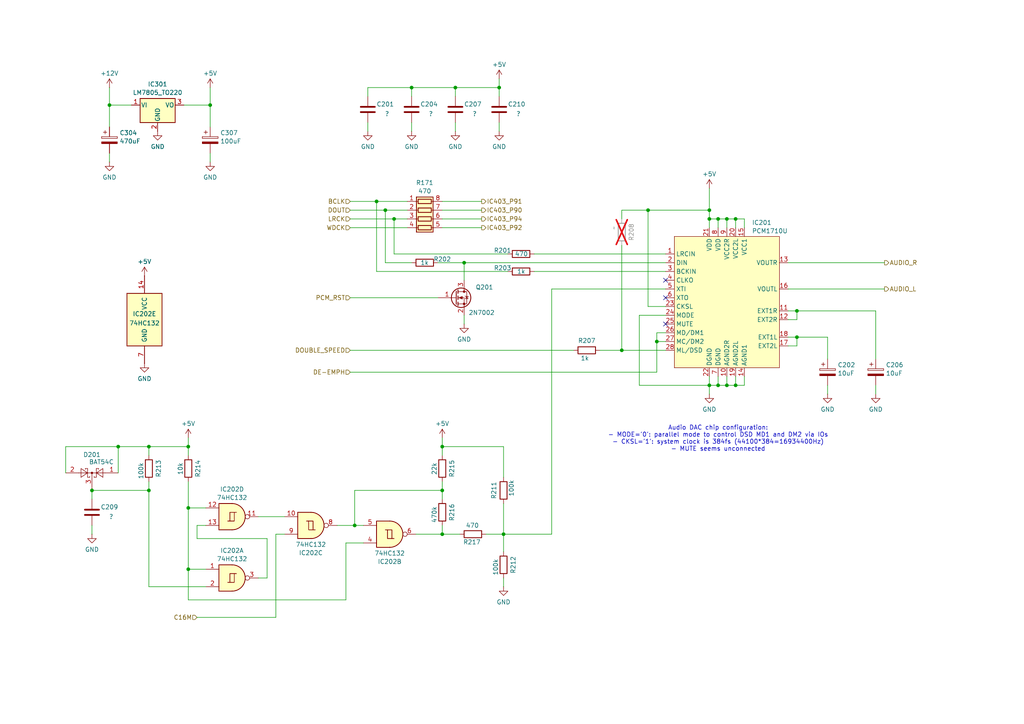
<source format=kicad_sch>
(kicad_sch (version 20231120) (generator "eeschema") (generator_version "8.0")
  (paper "A4")
  (title_block (title "PC FX Pots Adfustment Schematics") (date "2024-07-11") (rev "0.1") (company "Author: Regis Galland") (comment 1 "Little guide to help understanding the pots on the PC-FX PCB"))
  (lib_symbols
    (symbol "Device:C" (pin_numbers hide) (pin_names (offset 0.254))
      (property "Reference" "C" (at 0.635 2.54 0))
      (property "Value" "C" (at 0.635 -2.54 0))
      (symbol "C_0_1"
        (polyline (pts (xy -2.032 -0.762) (xy 2.032 -0.762)) (stroke (width 0.508)))
        (polyline (pts (xy -2.032 0.762) (xy 2.032 0.762)) (stroke (width 0.508)))
      )
      (symbol "C_1_1"
        (pin passive line (at 0 3.81 270) (length 2.794) (name "~") (number "1"))
        (pin passive line (at 0 -3.81 90) (length 2.794) (name "~") (number "2"))
      )
    )
    (symbol "Device:C_Polarized" (pin_numbers hide) (pin_names (offset 0.254))
      (property "Reference" "C" (at 0.635 2.54 0))
      (property "Value" "C_Polarized" (at 0.635 -2.54 0))
      (symbol "C_Polarized_0_1"
        (rectangle (start -2.286 0.508) (end 2.286 1.016))
        (polyline (pts (xy -1.778 2.286) (xy -0.762 2.286)))
        (polyline (pts (xy -1.27 2.794) (xy -1.27 1.778)))
        (rectangle (start 2.286 -0.508) (end -2.286 -1.016) (fill (type outline)))
      )
      (symbol "C_Polarized_1_1"
        (pin passive line (at 0 3.81 270) (length 2.794) (name "~") (number "1"))
        (pin passive line (at 0 -3.81 90) (length 2.794) (name "~") (number "2"))
      )
    )
    (symbol "Device:R" (pin_numbers hide) (pin_names (offset 0))
      (property "Reference" "R" (at 2.032 0 90))
      (property "Value" "R" (at 0 0 90))
      (symbol "R_0_1"
        (rectangle (start -1.016 -2.54) (end 1.016 2.54) (stroke (width 0.254)))
      )
      (symbol "R_1_1"
        (pin passive line (at 0 3.81 270) (length 1.27) (name "~") (number "1"))
        (pin passive line (at 0 -3.81 90) (length 1.27) (name "~") (number "2"))
      )
    )
    (symbol "Device:R_Pack04" (pin_names (offset 0) hide)
      (property "Reference" "RN" (at -7.62 0 90))
      (property "Value" "R_Pack04" (at 5.08 0 90))
      (symbol "R_Pack04_0_1"
        (rectangle (start -6.35 -2.413) (end 3.81 2.413) (stroke (width 0.254)) (fill (type background)))
        (rectangle (start -5.715 1.905) (end -4.445 -1.905) (stroke (width 0.254)))
        (rectangle (start -3.175 1.905) (end -1.905 -1.905) (stroke (width 0.254)))
        (rectangle (start -0.635 1.905) (end 0.635 -1.905) (stroke (width 0.254)))
        (polyline (pts (xy -5.08 -2.54) (xy -5.08 -1.905)))
        (polyline (pts (xy -5.08 1.905) (xy -5.08 2.54)))
        (polyline (pts (xy -2.54 -2.54) (xy -2.54 -1.905)))
        (polyline (pts (xy -2.54 1.905) (xy -2.54 2.54)))
        (polyline (pts (xy 0 -2.54) (xy 0 -1.905)))
        (polyline (pts (xy 0 1.905) (xy 0 2.54)))
        (polyline (pts (xy 2.54 -2.54) (xy 2.54 -1.905)))
        (polyline (pts (xy 2.54 1.905) (xy 2.54 2.54)))
        (rectangle (start 1.905 1.905) (end 3.175 -1.905) (stroke (width 0.254)))
      )
      (symbol "R_Pack04_1_1"
        (pin passive line (at -5.08 -5.08 90) (length 2.54) (name "R1.1") (number "1"))
        (pin passive line (at -2.54 -5.08 90) (length 2.54) (name "R2.1") (number "2"))
        (pin passive line (at 0 -5.08 90) (length 2.54) (name "R3.1") (number "3"))
        (pin passive line (at 2.54 -5.08 90) (length 2.54) (name "R4.1") (number "4"))
        (pin passive line (at 2.54 5.08 270) (length 2.54) (name "R4.2") (number "5"))
        (pin passive line (at 0 5.08 270) (length 2.54) (name "R3.2") (number "6"))
        (pin passive line (at -2.54 5.08 270) (length 2.54) (name "R2.2") (number "7"))
        (pin passive line (at -5.08 5.08 270) (length 2.54) (name "R1.2") (number "8"))
      )
    )
    (symbol "Diode:BAT54C" (pin_names (offset 1.016))
      (property "Reference" "D" (at 0.635 -3.81 0))
      (property "Value" "BAT54C" (at -6.35 3.175 0))
      (symbol "BAT54C_0_1"
        (polyline (pts (xy -1.905 0) (xy 1.905 0)))
        (polyline (pts (xy -1.905 1.27) (xy -1.905 1.016)))
        (polyline (pts (xy -1.27 -1.27) (xy -0.635 -1.27)))
        (polyline (pts (xy -1.27 0) (xy -3.81 0)))
        (polyline (pts (xy -1.27 1.27) (xy -1.905 1.27)))
        (polyline (pts (xy -1.27 1.27) (xy -1.27 -1.27)))
        (polyline (pts (xy -0.635 -1.27) (xy -0.635 -1.016)))
        (polyline (pts (xy 0.635 -1.27) (xy 0.635 -1.016)))
        (polyline (pts (xy 1.27 -1.27) (xy 0.635 -1.27)))
        (polyline (pts (xy 1.27 1.27) (xy 1.27 -1.27)))
        (polyline (pts (xy 1.27 1.27) (xy 1.905 1.27)))
        (polyline (pts (xy 1.905 1.27) (xy 1.905 1.016)))
        (polyline (pts (xy 3.81 0) (xy 1.27 0)))
        (polyline (pts (xy -3.175 -1.27) (xy -3.175 1.27) (xy -1.27 0) (xy -3.175 -1.27)))
        (polyline (pts (xy 3.175 -1.27) (xy 3.175 1.27) (xy 1.27 0) (xy 3.175 -1.27)))
        (circle (center 0 0) (radius 0.254) (fill (type outline)))
      )
      (symbol "BAT54C_1_1"
        (pin passive line (at -7.62 0 0) (length 3.81) (name "~") (number "1"))
        (pin passive line (at 7.62 0 180) (length 3.81) (name "~") (number "2"))
        (pin passive line (at 0 -5.08 90) (length 5.08) (name "~") (number "3"))
      )
    )
    (symbol "PC-FX:74HC132" (pin_names (offset 1.016))
      (property "Reference" "IC" (at -0.0083 7.9545 0))
      (property "Value" "74HC132" (at -0.0083 5.5302 0))
      (symbol "74HC132_1_0"
        (polyline (pts (xy -0.635 -1.27) (xy -0.635 1.27) (xy 0.635 1.27)))
        (polyline (pts (xy -0.635 -1.27) (xy -0.635 1.27) (xy 0.635 1.27)))
        (polyline (pts (xy -1.27 -1.27) (xy 0.635 -1.27) (xy 0.635 1.27) (xy 1.27 1.27)))
        (polyline (pts (xy -1.27 -1.27) (xy 0.635 -1.27) (xy 0.635 1.27) (xy 1.27 1.27)))
      )
      (symbol "74HC132_1_1"
        (arc (start 0 -3.81) (mid 3.7934 0) (end 0 3.81) (stroke (width 0.254)) (fill (type background)))
        (polyline (pts (xy 0 3.81) (xy -3.81 3.81) (xy -3.81 -3.81) (xy 0 -3.81)) (stroke (width 0.254)) (fill (type background)))
        (pin input line (at -7.62 2.54 0) (length 3.81) (name "~") (number "1"))
        (pin input line (at -7.62 -2.54 0) (length 3.81) (name "~") (number "2"))
        (pin output inverted (at 7.62 0 180) (length 3.81) (name "~") (number "3"))
      )
      (symbol "74HC132_1_2"
        (arc (start -3.81 -3.81) (mid -2.589 0) (end -3.81 3.81) (stroke (width 0.254)))
        (arc (start -0.6096 -3.81) (mid 2.1842 -2.5851) (end 3.81 0) (stroke (width 0.254)) (fill (type background)))
        (polyline (pts (xy -3.81 -3.81) (xy -0.635 -3.81)) (stroke (width 0.254)) (fill (type background)))
        (polyline (pts (xy -3.81 3.81) (xy -0.635 3.81)) (stroke (width 0.254)) (fill (type background)))
        (polyline (pts (xy -0.635 3.81) (xy -3.81 3.81) (xy -3.81 3.81) (xy -3.556 3.4036) (xy -3.0226 2.2606) (xy -2.6924 1.0414) (xy -2.6162 -0.254) (xy -2.7686 -1.4986) (xy -3.175 -2.7178) (xy -3.81 -3.81) (xy -3.81 -3.81) (xy -0.635 -3.81)) (stroke (width -25.4)) (fill (type background)))
        (arc (start 3.81 0) (mid 2.1915 2.5936) (end -0.6096 3.81) (stroke (width 0.254)) (fill (type background)))
        (pin input inverted (at -7.62 2.54 0) (length 4.318) (name "~") (number "1"))
        (pin input inverted (at -7.62 -2.54 0) (length 4.318) (name "~") (number "2"))
        (pin output line (at 7.62 0 180) (length 3.81) (name "~") (number "3"))
      )
      (symbol "74HC132_2_0"
        (polyline (pts (xy -0.635 -1.27) (xy -0.635 1.27) (xy 0.635 1.27)))
        (polyline (pts (xy -0.635 -1.27) (xy -0.635 1.27) (xy 0.635 1.27)))
        (polyline (pts (xy -1.27 -1.27) (xy 0.635 -1.27) (xy 0.635 1.27) (xy 1.27 1.27)))
        (polyline (pts (xy -1.27 -1.27) (xy 0.635 -1.27) (xy 0.635 1.27) (xy 1.27 1.27)))
      )
      (symbol "74HC132_2_1"
        (arc (start 0 -3.81) (mid 3.7934 0) (end 0 3.81) (stroke (width 0.254)) (fill (type background)))
        (polyline (pts (xy 0 3.81) (xy -3.81 3.81) (xy -3.81 -3.81) (xy 0 -3.81)) (stroke (width 0.254)) (fill (type background)))
        (pin input line (at -7.62 2.54 0) (length 3.81) (name "~") (number "4"))
        (pin input line (at -7.62 -2.54 0) (length 3.81) (name "~") (number "5"))
        (pin output inverted (at 7.62 0 180) (length 3.81) (name "~") (number "6"))
      )
      (symbol "74HC132_2_2"
        (arc (start -3.81 -3.81) (mid -2.589 0) (end -3.81 3.81) (stroke (width 0.254)))
        (arc (start -0.6096 -3.81) (mid 2.1842 -2.5851) (end 3.81 0) (stroke (width 0.254)) (fill (type background)))
        (polyline (pts (xy -3.81 -3.81) (xy -0.635 -3.81)) (stroke (width 0.254)) (fill (type background)))
        (polyline (pts (xy -3.81 3.81) (xy -0.635 3.81)) (stroke (width 0.254)) (fill (type background)))
        (polyline (pts (xy -0.635 3.81) (xy -3.81 3.81) (xy -3.81 3.81) (xy -3.556 3.4036) (xy -3.0226 2.2606) (xy -2.6924 1.0414) (xy -2.6162 -0.254) (xy -2.7686 -1.4986) (xy -3.175 -2.7178) (xy -3.81 -3.81) (xy -3.81 -3.81) (xy -0.635 -3.81)) (stroke (width -25.4)) (fill (type background)))
        (arc (start 3.81 0) (mid 2.1915 2.5936) (end -0.6096 3.81) (stroke (width 0.254)) (fill (type background)))
        (pin input inverted (at -7.62 2.54 0) (length 4.318) (name "~") (number "4"))
        (pin input inverted (at -7.62 -2.54 0) (length 4.318) (name "~") (number "5"))
        (pin output line (at 7.62 0 180) (length 3.81) (name "~") (number "6"))
      )
      (symbol "74HC132_3_0"
        (polyline (pts (xy -0.635 -1.27) (xy -0.635 1.27) (xy 0.635 1.27)))
        (polyline (pts (xy -0.635 -1.27) (xy -0.635 1.27) (xy 0.635 1.27)))
        (polyline (pts (xy -1.27 -1.27) (xy 0.635 -1.27) (xy 0.635 1.27) (xy 1.27 1.27)))
        (polyline (pts (xy -1.27 -1.27) (xy 0.635 -1.27) (xy 0.635 1.27) (xy 1.27 1.27)))
      )
      (symbol "74HC132_3_1"
        (arc (start 0 -3.81) (mid 3.7934 0) (end 0 3.81) (stroke (width 0.254)) (fill (type background)))
        (polyline (pts (xy 0 3.81) (xy -3.81 3.81) (xy -3.81 -3.81) (xy 0 -3.81)) (stroke (width 0.254)) (fill (type background)))
        (pin input line (at -7.62 -2.54 0) (length 3.81) (name "~") (number "10"))
        (pin output inverted (at 7.62 0 180) (length 3.81) (name "~") (number "8"))
        (pin input line (at -7.62 2.54 0) (length 3.81) (name "~") (number "9"))
      )
      (symbol "74HC132_3_2"
        (arc (start -3.81 -3.81) (mid -2.589 0) (end -3.81 3.81) (stroke (width 0.254)))
        (arc (start -0.6096 -3.81) (mid 2.1842 -2.5851) (end 3.81 0) (stroke (width 0.254)) (fill (type background)))
        (polyline (pts (xy -3.81 -3.81) (xy -0.635 -3.81)) (stroke (width 0.254)) (fill (type background)))
        (polyline (pts (xy -3.81 3.81) (xy -0.635 3.81)) (stroke (width 0.254)) (fill (type background)))
        (polyline (pts (xy -0.635 3.81) (xy -3.81 3.81) (xy -3.81 3.81) (xy -3.556 3.4036) (xy -3.0226 2.2606) (xy -2.6924 1.0414) (xy -2.6162 -0.254) (xy -2.7686 -1.4986) (xy -3.175 -2.7178) (xy -3.81 -3.81) (xy -3.81 -3.81) (xy -0.635 -3.81)) (stroke (width -25.4)) (fill (type background)))
        (arc (start 3.81 0) (mid 2.1915 2.5936) (end -0.6096 3.81) (stroke (width 0.254)) (fill (type background)))
        (pin input inverted (at -7.62 -2.54 0) (length 4.318) (name "~") (number "10"))
        (pin output line (at 7.62 0 180) (length 3.81) (name "~") (number "8"))
        (pin input inverted (at -7.62 2.54 0) (length 4.318) (name "~") (number "9"))
      )
      (symbol "74HC132_4_0"
        (polyline (pts (xy -0.635 -1.27) (xy -0.635 1.27) (xy 0.635 1.27)))
        (polyline (pts (xy -0.635 -1.27) (xy -0.635 1.27) (xy 0.635 1.27)))
        (polyline (pts (xy -1.27 -1.27) (xy 0.635 -1.27) (xy 0.635 1.27) (xy 1.27 1.27)))
        (polyline (pts (xy -1.27 -1.27) (xy 0.635 -1.27) (xy 0.635 1.27) (xy 1.27 1.27)))
      )
      (symbol "74HC132_4_1"
        (arc (start 0 -3.81) (mid 3.7934 0) (end 0 3.81) (stroke (width 0.254)) (fill (type background)))
        (polyline (pts (xy 0 3.81) (xy -3.81 3.81) (xy -3.81 -3.81) (xy 0 -3.81)) (stroke (width 0.254)) (fill (type background)))
        (pin output inverted (at 7.62 0 180) (length 3.81) (name "~") (number "11"))
        (pin input line (at -7.62 2.54 0) (length 3.81) (name "~") (number "12"))
        (pin input line (at -7.62 -2.54 0) (length 3.81) (name "~") (number "13"))
      )
      (symbol "74HC132_4_2"
        (arc (start -3.81 -3.81) (mid -2.589 0) (end -3.81 3.81) (stroke (width 0.254)))
        (arc (start -0.6096 -3.81) (mid 2.1842 -2.5851) (end 3.81 0) (stroke (width 0.254)) (fill (type background)))
        (polyline (pts (xy -3.81 -3.81) (xy -0.635 -3.81)) (stroke (width 0.254)) (fill (type background)))
        (polyline (pts (xy -3.81 3.81) (xy -0.635 3.81)) (stroke (width 0.254)) (fill (type background)))
        (polyline (pts (xy -0.635 3.81) (xy -3.81 3.81) (xy -3.81 3.81) (xy -3.556 3.4036) (xy -3.0226 2.2606) (xy -2.6924 1.0414) (xy -2.6162 -0.254) (xy -2.7686 -1.4986) (xy -3.175 -2.7178) (xy -3.81 -3.81) (xy -3.81 -3.81) (xy -0.635 -3.81)) (stroke (width -25.4)) (fill (type background)))
        (arc (start 3.81 0) (mid 2.1915 2.5936) (end -0.6096 3.81) (stroke (width 0.254)) (fill (type background)))
        (pin output line (at 7.62 0 180) (length 3.81) (name "~") (number "11"))
        (pin input inverted (at -7.62 2.54 0) (length 4.318) (name "~") (number "12"))
        (pin input inverted (at -7.62 -2.54 0) (length 4.318) (name "~") (number "13"))
      )
      (symbol "74HC132_5_0"
        (pin power_in line (at 0 12.7 270) (length 5.08) (name "VCC") (number "14"))
        (pin power_in line (at 0 -12.7 90) (length 5.08) (name "GND") (number "7"))
      )
      (symbol "74HC132_5_1"
        (rectangle (start -5.08 7.62) (end 5.08 -7.62) (stroke (width 0.254)) (fill (type background)))
      )
    )
    (symbol "PC-FX:PCM1710U"
      (property "Reference" "IC" (at -14.224 20.32 0))
      (property "Value" "PCM1710U" (at -1.016 2.032 0))
      (symbol "PCM1710U_1_1"
        (rectangle (start -15.24 19.05) (end 15.24 -19.05) (fill (type background)))
        (pin input line (at -17.78 13.97 0) (length 2.54) (name "LRCIN") (number "1"))
        (pin power_in line (at 0 -21.59 90) (length 2.54) (name "AGND2R") (number "10"))
        (pin input line (at 17.78 -2.54 180) (length 2.54) (name "EXT1R") (number "11"))
        (pin input line (at 17.78 -5.08 180) (length 2.54) (name "EXT2R") (number "12"))
        (pin output line (at 17.78 11.43 180) (length 2.54) (name "VOUTR") (number "13"))
        (pin power_in line (at 5.08 -21.59 90) (length 2.54) (name "AGND1") (number "14"))
        (pin power_in line (at 5.08 21.59 270) (length 2.54) (name "VCC1") (number "15"))
        (pin output line (at 17.78 3.81 180) (length 2.54) (name "VOUTL") (number "16"))
        (pin input line (at 17.78 -12.7 180) (length 2.54) (name "EXT2L") (number "17"))
        (pin input line (at 17.78 -10.16 180) (length 2.54) (name "EXT1L") (number "18"))
        (pin power_in line (at 2.54 -21.59 90) (length 2.54) (name "AGND2L") (number "19"))
        (pin input line (at -17.78 11.43 0) (length 2.54) (name "DIN") (number "2"))
        (pin power_in line (at 2.54 21.59 270) (length 2.54) (name "VCC2L") (number "20"))
        (pin power_in line (at -5.08 21.59 270) (length 2.54) (name "VDD") (number "21"))
        (pin power_in line (at -5.08 -21.59 90) (length 2.54) (name "DGND") (number "22"))
        (pin input line (at -17.78 -1.27 0) (length 2.54) (name "CKSL") (number "23"))
        (pin input line (at -17.78 -3.81 0) (length 2.54) (name "MODE") (number "24"))
        (pin input line (at -17.78 -6.35 0) (length 2.54) (name "MUTE") (number "25"))
        (pin input line (at -17.78 -8.89 0) (length 2.54) (name "MD/DM1") (number "26"))
        (pin input line (at -17.78 -11.43 0) (length 2.54) (name "MC/DM2") (number "27"))
        (pin input line (at -17.78 -13.97 0) (length 2.54) (name "ML/DSD") (number "28"))
        (pin input line (at -17.78 8.89 0) (length 2.54) (name "BCKIN") (number "3"))
        (pin input line (at -17.78 6.35 0) (length 2.54) (name "CLKO") (number "4"))
        (pin input line (at -17.78 3.81 0) (length 2.54) (name "XTI") (number "5"))
        (pin input line (at -17.78 1.27 0) (length 2.54) (name "XTO") (number "6"))
        (pin power_in line (at -2.54 -21.59 90) (length 2.54) (name "DGND") (number "7"))
        (pin power_in line (at -2.54 21.59 270) (length 2.54) (name "VDD") (number "8"))
        (pin power_in line (at 0 21.59 270) (length 2.54) (name "VCC2R") (number "9"))
      )
    )
    (symbol "Regulator_Linear:LM7805_TO220" (pin_names (offset 0.254))
      (property "Reference" "U" (at -3.81 3.175 0))
      (property "Value" "LM7805_TO220" (at 0 3.175 0))
      (symbol "LM7805_TO220_0_1"
        (rectangle (start -5.08 1.905) (end 5.08 -5.08) (stroke (width 0.254)) (fill (type background)))
      )
      (symbol "LM7805_TO220_1_1"
        (pin power_in line (at -7.62 0 0) (length 2.54) (name "VI") (number "1"))
        (pin power_in line (at 0 -7.62 90) (length 2.54) (name "GND") (number "2"))
        (pin power_out line (at 7.62 0 180) (length 2.54) (name "VO") (number "3"))
      )
    )
    (symbol "SNES:2N7002" (pin_names (offset 0.254))
      (property "Reference" "Q" (at 2.54 2.54 0))
      (property "Value" "2N7002" (at 2.54 5.08 0))
      (symbol "2N7002_1_1"
        (polyline (pts (xy 2.032 -1.778) (xy 3.81 -1.778)))
        (polyline (pts (xy 2.032 -1.27) (xy 2.032 -2.286)) (stroke (width 0.254)))
        (polyline (pts (xy 2.032 0) (xy 3.81 0)))
        (polyline (pts (xy 2.032 0.508) (xy 2.032 -0.508)) (stroke (width 0.254)))
        (polyline (pts (xy 2.032 1.778) (xy 3.81 1.778)))
        (polyline (pts (xy 2.032 2.286) (xy 2.032 1.27)) (stroke (width 0.254)))
        (polyline (pts (xy 3.81 -1.778) (xy 3.81 -2.54)))
        (polyline (pts (xy 3.81 -1.778) (xy 3.81 0)))
        (polyline (pts (xy 3.81 2.54) (xy 3.81 1.778)))
        (polyline (pts (xy 1.524 1.905) (xy 1.524 -1.905) (xy 1.524 -1.905)) (stroke (width 0.254)))
        (polyline (pts (xy 2.286 0) (xy 3.302 0.381) (xy 3.302 -0.381) (xy 2.286 0)) (fill (type outline)))
        (polyline (pts (xy 3.81 -1.778) (xy 4.572 -1.778) (xy 4.572 1.778) (xy 3.81 1.778)))
        (polyline (pts (xy 4.064 0.508) (xy 4.191 0.381) (xy 4.953 0.381) (xy 5.08 0.254)))
        (polyline (pts (xy 4.572 0.381) (xy 4.191 -0.254) (xy 4.953 -0.254) (xy 4.572 0.381)))
        (circle (center 2.921 0) (radius 2.8194) (stroke (width 0.254)))
        (circle (center 3.81 -1.778) (radius 0.2794) (fill (type outline)))
        (circle (center 3.81 1.778) (radius 0.2794) (fill (type outline)))
        (pin input line (at -3.81 0 0) (length 5.334) (name "~") (number "1"))
        (pin passive line (at 3.81 -5.08 90) (length 2.54) (name "~") (number "2"))
        (pin passive line (at 3.81 5.08 270) (length 2.54) (name "~") (number "3"))
      )
    )
    (symbol "power:+12V" (power) (pin_numbers hide) (pin_names (offset 0) hide)
      (property "Value" "+12V" (at 0 3.556 0))
      (symbol "+12V_0_1"
        (polyline (pts (xy -0.762 1.27) (xy 0 2.54)))
        (polyline (pts (xy 0 0) (xy 0 2.54)))
        (polyline (pts (xy 0 2.54) (xy 0.762 1.27)))
      )
      (symbol "+12V_1_1"
        (pin power_in line (at 0 0 90) (length 0) (name "~") (number "1"))
      )
    )
    (symbol "power:+5V" (power) (pin_numbers hide) (pin_names (offset 0) hide)
      (property "Value" "+5V" (at 0 3.556 0))
      (symbol "+5V_0_1"
        (polyline (pts (xy -0.762 1.27) (xy 0 2.54)))
        (polyline (pts (xy 0 0) (xy 0 2.54)))
        (polyline (pts (xy 0 2.54) (xy 0.762 1.27)))
      )
      (symbol "+5V_1_1"
        (pin power_in line (at 0 0 90) (length 0) (name "~") (number "1"))
      )
    )
    (symbol "power:GND" (power) (pin_numbers hide) (pin_names (offset 0) hide)
      (property "Value" "GND" (at 0 -3.81 0))
      (symbol "GND_0_1"
        (polyline (pts (xy 0 0) (xy 0 -1.27) (xy 1.27 -1.27) (xy 0 -2.54) (xy -1.27 -1.27) (xy 0 -1.27)))
      )
      (symbol "GND_1_1"
        (pin power_in line (at 0 0 270) (length 0) (name "~") (number "1"))
      )
    )
  )
  (junction (at 119.38 25.4))
  (junction (at 213.36 111.76))
  (junction (at 102.87 152.4))
  (junction (at 144.78 25.4))
  (junction (at 31.75 30.48))
  (junction (at 208.28 111.76))
  (junction (at 134.62 76.2))
  (junction (at 111.76 60.96))
  (junction (at 114.3 63.5))
  (junction (at 54.61 165.1))
  (junction (at 180.34 101.6))
  (junction (at 205.74 63.5))
  (junction (at 146.05 154.94))
  (junction (at 128.27 154.94))
  (junction (at 26.67 142.24))
  (junction (at 43.18 129.54))
  (junction (at 213.36 63.5))
  (junction (at 210.82 63.5))
  (junction (at 205.74 111.76))
  (junction (at 43.18 142.24))
  (junction (at 187.96 60.96))
  (junction (at 128.27 129.54))
  (junction (at 34.29 129.54))
  (junction (at 132.08 25.4))
  (junction (at 208.28 63.5))
  (junction (at 210.82 111.76))
  (junction (at 205.74 60.96))
  (junction (at 54.61 129.54))
  (junction (at 190.5 99.06))
  (junction (at 231.14 90.17))
  (junction (at 109.22 58.42))
  (junction (at 231.14 97.79))
  (junction (at 54.61 147.32))
  (junction (at 60.96 30.48))
  (junction (at 128.27 142.24))
  (no_connect (at 193.04 93.98))
  (no_connect (at 193.04 81.28))
  (no_connect (at 193.04 86.36))
  (wire (pts (xy 102.87 142.24) (xy 102.87 152.4)))
  (wire (pts (xy 146.05 154.94) (xy 146.05 160.02)))
  (wire (pts (xy 231.14 92.71) (xy 228.6 92.71)))
  (wire (pts (xy 128.27 142.24) (xy 128.27 139.7)))
  (wire (pts (xy 119.38 27.94) (xy 119.38 25.4)))
  (wire (pts (xy 128.27 154.94) (xy 128.27 152.4)))
  (wire (pts (xy 128.27 127) (xy 128.27 129.54)))
  (wire (pts (xy 134.62 76.2) (xy 134.62 81.28)))
  (wire (pts (xy 31.75 44.45) (xy 31.75 46.99)))
  (wire (pts (xy 128.27 63.5) (xy 139.7 63.5)))
  (wire (pts (xy 205.74 60.96) (xy 187.96 60.96)))
  (wire (pts (xy 208.28 109.22) (xy 208.28 111.76)))
  (wire (pts (xy 97.79 152.4) (xy 102.87 152.4)))
  (wire (pts (xy 57.15 152.4) (xy 57.15 156.21)))
  (wire (pts (xy 101.6 63.5) (xy 114.3 63.5)))
  (wire (pts (xy 180.34 63.5) (xy 180.34 60.96)))
  (wire (pts (xy 190.5 107.95) (xy 190.5 99.06)))
  (wire (pts (xy 205.74 63.5) (xy 208.28 63.5)))
  (wire (pts (xy 54.61 127) (xy 54.61 129.54)))
  (wire (pts (xy 193.04 91.44) (xy 185.42 91.44)))
  (wire (pts (xy 144.78 38.1) (xy 144.78 35.56)))
  (wire (pts (xy 144.78 27.94) (xy 144.78 25.4)))
  (wire (pts (xy 31.75 25.4) (xy 31.75 30.48)))
  (wire (pts (xy 80.01 179.07) (xy 57.15 179.07)))
  (wire (pts (xy 109.22 78.74) (xy 147.32 78.74)))
  (wire (pts (xy 34.29 129.54) (xy 34.29 137.16)))
  (wire (pts (xy 60.96 25.4) (xy 60.96 30.48)))
  (wire (pts (xy 215.9 109.22) (xy 215.9 111.76)))
  (wire (pts (xy 77.47 156.21) (xy 57.15 156.21)))
  (wire (pts (xy 101.6 58.42) (xy 109.22 58.42)))
  (wire (pts (xy 60.96 30.48) (xy 60.96 36.83)))
  (wire (pts (xy 118.11 60.96) (xy 111.76 60.96)))
  (wire (pts (xy 144.78 22.86) (xy 144.78 25.4)))
  (wire (pts (xy 240.03 104.14) (xy 240.03 97.79)))
  (wire (pts (xy 128.27 60.96) (xy 139.7 60.96)))
  (wire (pts (xy 213.36 111.76) (xy 210.82 111.76)))
  (wire (pts (xy 193.04 96.52) (xy 190.5 96.52)))
  (wire (pts (xy 210.82 63.5) (xy 213.36 63.5)))
  (wire (pts (xy 231.14 90.17) (xy 231.14 92.71)))
  (wire (pts (xy 128.27 142.24) (xy 128.27 144.78)))
  (wire (pts (xy 160.02 154.94) (xy 146.05 154.94)))
  (wire (pts (xy 160.02 83.82) (xy 160.02 154.94)))
  (wire (pts (xy 114.3 63.5) (xy 114.3 73.66)))
  (wire (pts (xy 210.82 109.22) (xy 210.82 111.76)))
  (wire (pts (xy 119.38 38.1) (xy 119.38 35.56)))
  (wire (pts (xy 228.6 90.17) (xy 231.14 90.17)))
  (wire (pts (xy 101.6 101.6) (xy 166.37 101.6)))
  (wire (pts (xy 118.11 58.42) (xy 109.22 58.42)))
  (wire (pts (xy 31.75 30.48) (xy 31.75 36.83)))
  (wire (pts (xy 213.36 63.5) (xy 215.9 63.5)))
  (wire (pts (xy 106.68 27.94) (xy 106.68 25.4)))
  (wire (pts (xy 54.61 173.99) (xy 100.33 173.99)))
  (wire (pts (xy 208.28 63.5) (xy 208.28 66.04)))
  (wire (pts (xy 60.96 44.45) (xy 60.96 46.99)))
  (wire (pts (xy 59.69 165.1) (xy 54.61 165.1)))
  (wire (pts (xy 54.61 132.08) (xy 54.61 129.54)))
  (wire (pts (xy 26.67 154.94) (xy 26.67 152.4)))
  (wire (pts (xy 54.61 129.54) (xy 43.18 129.54)))
  (wire (pts (xy 140.97 154.94) (xy 146.05 154.94)))
  (wire (pts (xy 231.14 100.33) (xy 228.6 100.33)))
  (wire (pts (xy 154.94 78.74) (xy 193.04 78.74)))
  (wire (pts (xy 208.28 111.76) (xy 205.74 111.76)))
  (wire (pts (xy 213.36 109.22) (xy 213.36 111.76)))
  (wire (pts (xy 180.34 101.6) (xy 193.04 101.6)))
  (wire (pts (xy 120.65 154.94) (xy 128.27 154.94)))
  (wire (pts (xy 213.36 63.5) (xy 213.36 66.04)))
  (wire (pts (xy 128.27 132.08) (xy 128.27 129.54)))
  (wire (pts (xy 210.82 63.5) (xy 210.82 66.04)))
  (wire (pts (xy 187.96 60.96) (xy 187.96 88.9)))
  (wire (pts (xy 54.61 165.1) (xy 54.61 147.32)))
  (wire (pts (xy 53.34 30.48) (xy 60.96 30.48)))
  (wire (pts (xy 59.69 147.32) (xy 54.61 147.32)))
  (wire (pts (xy 114.3 63.5) (xy 118.11 63.5)))
  (wire (pts (xy 54.61 173.99) (xy 54.61 165.1)))
  (wire (pts (xy 231.14 90.17) (xy 254 90.17)))
  (wire (pts (xy 57.15 152.4) (xy 59.69 152.4)))
  (wire (pts (xy 231.14 97.79) (xy 240.03 97.79)))
  (wire (pts (xy 193.04 88.9) (xy 187.96 88.9)))
  (wire (pts (xy 119.38 25.4) (xy 106.68 25.4)))
  (wire (pts (xy 205.74 109.22) (xy 205.74 111.76)))
  (wire (pts (xy 205.74 66.04) (xy 205.74 63.5)))
  (wire (pts (xy 254 104.14) (xy 254 90.17)))
  (wire (pts (xy 74.93 167.64) (xy 77.47 167.64)))
  (wire (pts (xy 180.34 60.96) (xy 187.96 60.96)))
  (wire (pts (xy 128.27 154.94) (xy 133.35 154.94)))
  (wire (pts (xy 205.74 60.96) (xy 205.74 63.5)))
  (wire (pts (xy 205.74 111.76) (xy 205.74 114.3)))
  (wire (pts (xy 19.05 137.16) (xy 19.05 129.54)))
  (wire (pts (xy 26.67 142.24) (xy 43.18 142.24)))
  (wire (pts (xy 180.34 71.12) (xy 180.34 101.6)))
  (wire (pts (xy 208.28 63.5) (xy 210.82 63.5)))
  (wire (pts (xy 205.74 54.61) (xy 205.74 60.96)))
  (wire (pts (xy 146.05 154.94) (xy 146.05 146.05)))
  (wire (pts (xy 54.61 139.7) (xy 54.61 147.32)))
  (wire (pts (xy 146.05 138.43) (xy 146.05 129.54)))
  (wire (pts (xy 185.42 91.44) (xy 185.42 111.76)))
  (wire (pts (xy 102.87 142.24) (xy 128.27 142.24)))
  (wire (pts (xy 80.01 154.94) (xy 82.55 154.94)))
  (wire (pts (xy 106.68 38.1) (xy 106.68 35.56)))
  (wire (pts (xy 102.87 152.4) (xy 105.41 152.4)))
  (wire (pts (xy 254 111.76) (xy 254 114.3)))
  (wire (pts (xy 101.6 107.95) (xy 190.5 107.95)))
  (wire (pts (xy 43.18 170.18) (xy 43.18 142.24)))
  (wire (pts (xy 193.04 83.82) (xy 160.02 83.82)))
  (wire (pts (xy 132.08 25.4) (xy 119.38 25.4)))
  (wire (pts (xy 185.42 111.76) (xy 205.74 111.76)))
  (wire (pts (xy 132.08 27.94) (xy 132.08 25.4)))
  (wire (pts (xy 154.94 73.66) (xy 193.04 73.66)))
  (wire (pts (xy 231.14 97.79) (xy 231.14 100.33)))
  (wire (pts (xy 134.62 91.44) (xy 134.62 93.98)))
  (wire (pts (xy 111.76 60.96) (xy 111.76 76.2)))
  (wire (pts (xy 111.76 76.2) (xy 119.38 76.2)))
  (wire (pts (xy 132.08 38.1) (xy 132.08 35.56)))
  (wire (pts (xy 77.47 167.64) (xy 77.47 156.21)))
  (wire (pts (xy 128.27 66.04) (xy 139.7 66.04)))
  (wire (pts (xy 215.9 63.5) (xy 215.9 66.04)))
  (wire (pts (xy 228.6 83.82) (xy 256.54 83.82)))
  (wire (pts (xy 38.1 30.48) (xy 31.75 30.48)))
  (wire (pts (xy 127 76.2) (xy 134.62 76.2)))
  (wire (pts (xy 100.33 157.48) (xy 100.33 173.99)))
  (wire (pts (xy 80.01 154.94) (xy 80.01 179.07)))
  (wire (pts (xy 210.82 111.76) (xy 208.28 111.76)))
  (wire (pts (xy 101.6 60.96) (xy 111.76 60.96)))
  (wire (pts (xy 43.18 129.54) (xy 34.29 129.54)))
  (wire (pts (xy 146.05 167.64) (xy 146.05 170.18)))
  (wire (pts (xy 128.27 129.54) (xy 146.05 129.54)))
  (wire (pts (xy 173.99 101.6) (xy 180.34 101.6)))
  (wire (pts (xy 228.6 97.79) (xy 231.14 97.79)))
  (wire (pts (xy 101.6 66.04) (xy 118.11 66.04)))
  (wire (pts (xy 74.93 149.86) (xy 82.55 149.86)))
  (wire (pts (xy 43.18 132.08) (xy 43.18 129.54)))
  (wire (pts (xy 132.08 25.4) (xy 144.78 25.4)))
  (wire (pts (xy 34.29 129.54) (xy 19.05 129.54)))
  (wire (pts (xy 114.3 73.66) (xy 147.32 73.66)))
  (wire (pts (xy 128.27 58.42) (xy 139.7 58.42)))
  (wire (pts (xy 134.62 76.2) (xy 193.04 76.2)))
  (wire (pts (xy 109.22 58.42) (xy 109.22 78.74)))
  (wire (pts (xy 190.5 96.52) (xy 190.5 99.06)))
  (wire (pts (xy 127 86.36) (xy 101.6 86.36)))
  (wire (pts (xy 26.67 142.24) (xy 26.67 144.78)))
  (wire (pts (xy 240.03 111.76) (xy 240.03 114.3)))
  (wire (pts (xy 43.18 170.18) (xy 59.69 170.18)))
  (wire (pts (xy 43.18 142.24) (xy 43.18 139.7)))
  (wire (pts (xy 100.33 157.48) (xy 105.41 157.48)))
  (wire (pts (xy 228.6 76.2) (xy 256.54 76.2)))
  (wire (pts (xy 190.5 99.06) (xy 193.04 99.06)))
  (wire (pts (xy 215.9 111.76) (xy 213.36 111.76)))
  (text "Audio DAC chip configuration:\n- MODE='0': parallel mode to control DSD MD1 and DM2 via IOs\n- CKSL='1': system clock is 384fs (44100*384=16934400Hz)\n- MUTE seems unconnected\n" (at 208.28 127.254 0) (effects (font (size 1.27 1.27))))
  (hierarchical_label "AUDIO_R" (shape output) (at 256.54 76.2 0))
  (hierarchical_label "BCLK" (shape input) (at 101.6 58.42 180))
  (hierarchical_label "DOUT" (shape input) (at 101.6 60.96 180))
  (hierarchical_label "IC403_P90" (shape output) (at 139.7 60.96 0))
  (hierarchical_label "IC403_P91" (shape output) (at 139.7 58.42 0))
  (hierarchical_label "WDCK" (shape input) (at 101.6 66.04 180))
  (hierarchical_label "C16M" (shape input) (at 57.15 179.07 180))
  (hierarchical_label "AUDIO_L" (shape output) (at 256.54 83.82 0))
  (hierarchical_label "IC403_P92" (shape output) (at 139.7 66.04 0))
  (hierarchical_label "PCM_RST" (shape input) (at 101.6 86.36 180))
  (hierarchical_label "DOUBLE_SPEED" (shape input) (at 101.6 101.6 180))
  (hierarchical_label "IC403_P94" (shape output) (at 139.7 63.5 0))
  (hierarchical_label "DE-EMPH" (shape input) (at 101.6 107.95 180))
  (hierarchical_label "LRCK" (shape input) (at 101.6 63.5 180))
  (symbol (lib_id "power:GND") (at 132.08 38.1 0) (unit 1)
    (property "Reference" "#PWR094" (effects (hide yes)))
    (property "Value" "GND" (at 132.08 42.5434 0))
    (property "Description" "Power symbol creates a global label with name \"GND\" , ground" (effects (hide yes)))
  )
  (symbol (lib_id "Device:R") (at 128.27 135.89 0) (mirror y) (unit 1)
    (property "Reference" "R215" (at 131.064 133.35 90) (effects (justify right)))
    (property "Value" "22k" (at 125.984 134.112 90) (effects (justify right)))
  )
  (symbol (lib_id "power:+5V") (at 60.96 25.4 0) (unit 1)
    (property "Reference" "#PWR0110" (effects (hide yes)))
    (property "Value" "+5V" (at 60.96 21.2669 0))
    (property "Description" "Power symbol creates a global label with name \"+5V\"" (effects (hide yes)))
  )
  (symbol (lib_id "power:+5V") (at 41.91 80.01 0) (unit 1)
    (property "Reference" "#PWR0102" (effects (hide yes)))
    (property "Value" "+5V" (at 41.91 75.8769 0))
    (property "Description" "Power symbol creates a global label with name \"+5V\"" (effects (hide yes)))
  )
  (symbol (lib_id "Device:R") (at 43.18 135.89 0) (mirror y) (unit 1)
    (property "Reference" "R213" (at 45.974 133.35 90) (effects (justify right)))
    (property "Value" "100k" (at 40.894 134.112 90) (effects (justify right)))
  )
  (symbol (lib_id "Device:C_Polarized") (at 254 107.95 0) (unit 1)
    (property "Reference" "C206" (at 256.921 105.8488 0) (effects (justify left)))
    (property "Value" "10uF" (at 256.921 108.2731 0) (effects (justify left)))
    (property "Footprint" "Capacitor_SMD:CP_Elec_5x5.4" (effects (hide yes)))
  )
  (symbol (lib_id "PC-FX:PCM1710U") (at 210.82 87.63 0) (unit 1)
    (property "Reference" "IC201" (at 218.0941 64.5625 0) (effects (justify left)))
    (property "Value" "PCM1710U" (at 218.0941 66.9868 0) (effects (justify left)))
    (property "Footprint" "Package_SO:SOP-28_8.4x18.16mm_P1.27mm" (effects (hide yes)))
    (property "Datasheet" "https://github.com/pcfx-devel/PC-FX_Info/blob/main/PC-FX/datasheets/DaughterBoard/PCM1710_DS.pdf" (effects (hide yes)))
    (property "Description" "D/A Converter for Digital Audio 16-20 bit " (effects (hide yes)))
  )
  (symbol (lib_id "PC-FX:74HC132") (at 41.91 92.71 0) (unit 5)
    (property "Reference" "IC202" (at 41.91 91.0477 0))
    (property "Value" "74HC132" (at 41.91 93.726 0))
    (property "Datasheet" "http://www.ti.com/lit/gpn/sn74LS132" (effects (hide yes)))
    (property "Description" "Quad 2-input NAND Schmitt trigger" (effects (hide yes)))
  )
  (symbol (lib_id "power:+12V") (at 31.75 25.4 0) (unit 1)
    (property "Reference" "#PWR0109" (effects (hide yes)))
    (property "Value" "+12V" (at 31.75 21.2669 0))
    (property "Description" "Power symbol creates a global label with name \"+12V\"" (effects (hide yes)))
  )
  (symbol (lib_id "power:+5V") (at 128.27 127 0) (unit 1)
    (property "Reference" "#PWR0105" (effects (hide yes)))
    (property "Value" "+5V" (at 128.27 122.8669 0))
    (property "Description" "Power symbol creates a global label with name \"+5V\"" (effects (hide yes)))
  )
  (symbol (lib_id "power:GND") (at 26.67 154.94 0) (unit 1)
    (property "Reference" "#PWR095" (effects (hide yes)))
    (property "Value" "GND" (at 26.67 159.3834 0))
    (property "Description" "Power symbol creates a global label with name \"GND\" , ground" (effects (hide yes)))
  )
  (symbol (lib_id "Device:C_Polarized") (at 31.75 40.64 0) (unit 1)
    (property "Reference" "C304" (at 34.671 38.5388 0) (effects (justify left)))
    (property "Value" "470uF" (at 34.671 40.9631 0) (effects (justify left)))
    (property "Footprint" "Capacitor_SMD:CP_Elec_5x5.4" (effects (hide yes)))
  )
  (symbol (lib_id "Device:R") (at 146.05 142.24 0) (mirror x) (unit 1)
    (property "Reference" "R211" (at 143.256 144.78 90) (effects (justify right)))
    (property "Value" "100k" (at 148.336 144.018 90) (effects (justify right)))
  )
  (symbol (lib_id "Device:R") (at 151.13 73.66 270) (unit 1)
    (property "Reference" "R201" (at 148.336 72.644 90) (effects (justify right)))
    (property "Value" "470" (at 153.162 73.66 90) (effects (justify right)))
  )
  (symbol (lib_id "power:GND") (at 31.75 46.99 0) (unit 1)
    (property "Reference" "#PWR0106" (effects (hide yes)))
    (property "Value" "GND" (at 31.75 51.4334 0))
    (property "Description" "Power symbol creates a global label with name \"GND\" , ground" (effects (hide yes)))
  )
  (symbol (lib_id "SNES:2N7002") (at 130.81 86.36 0) (unit 1)
    (property "Reference" "Q201" (at 137.922 83.312 0) (effects (justify left)))
    (property "Value" "2N7002" (at 139.7 90.678 0))
    (property "Footprint" "Package_TO_SOT_SMD:SOT-23" (effects (hide yes)))
    (property "Datasheet" "https://www.diodes.com/assets/Datasheets/ds11303.pdf" (effects (hide yes)))
    (property "Description" "N-Channel 60V 115mA (Ta) 370mW (Ta) Surface Mount SOT-23-3" (effects (hide yes)))
    (property "Manufacturer" "Diodes Inc" (effects (hide yes)))
    (property "Manufacturer Part Number" "2N7002-7-F" (effects (hide yes)))
    (property "Supplier" "Digi-Key" (effects (hide yes)))
    (property "Supplier Part Number" "2N7002-FDICT-ND" (effects (hide yes)))
    (property "Unit Price" "0.16" (effects (hide yes)))
  )
  (symbol (lib_id "Device:R") (at 146.05 163.83 0) (mirror y) (unit 1)
    (property "Reference" "R212" (at 148.844 161.29 90) (effects (justify right)))
    (property "Value" "100k" (at 143.764 162.052 90) (effects (justify right)))
  )
  (symbol (lib_id "PC-FX:74HC132") (at 67.31 167.64 0) (unit 1)
    (property "Reference" "IC202" (at 67.3017 159.6855 0))
    (property "Value" "74HC132" (at 67.3017 162.1098 0))
    (property "Datasheet" "http://www.ti.com/lit/gpn/sn74LS132" (effects (hide yes)))
    (property "Description" "Quad 2-input NAND Schmitt trigger" (effects (hide yes)))
  )
  (symbol (lib_id "power:GND") (at 134.62 93.98 0) (unit 1)
    (property "Reference" "#PWR090" (effects (hide yes)))
    (property "Value" "GND" (at 134.62 98.4234 0))
    (property "Description" "Power symbol creates a global label with name \"GND\" , ground" (effects (hide yes)))
  )
  (symbol (lib_id "power:GND") (at 106.68 38.1 0) (unit 1)
    (property "Reference" "#PWR092" (effects (hide yes)))
    (property "Value" "GND" (at 106.68 42.5434 0))
    (property "Description" "Power symbol creates a global label with name \"GND\" , ground" (effects (hide yes)))
  )
  (symbol (lib_id "power:+5V") (at 205.74 54.61 0) (unit 1)
    (property "Reference" "#PWR0111" (effects (hide yes)))
    (property "Value" "+5V" (at 205.74 50.4769 0))
    (property "Description" "Power symbol creates a global label with name \"+5V\"" (effects (hide yes)))
  )
  (symbol (lib_id "power:GND") (at 41.91 105.41 0) (unit 1)
    (property "Reference" "#PWR0101" (effects (hide yes)))
    (property "Value" "GND" (at 41.91 109.8534 0))
    (property "Description" "Power symbol creates a global label with name \"GND\" , ground" (effects (hide yes)))
  )
  (symbol (lib_id "Device:R") (at 54.61 135.89 0) (mirror y) (unit 1)
    (property "Reference" "R214" (at 57.404 133.35 90) (effects (justify right)))
    (property "Value" "10k" (at 52.324 134.112 90) (effects (justify right)))
  )
  (symbol (lib_id "power:GND") (at 146.05 170.18 0) (unit 1)
    (property "Reference" "#PWR097" (effects (hide yes)))
    (property "Value" "GND" (at 146.05 174.6234 0))
    (property "Description" "Power symbol creates a global label with name \"GND\" , ground" (effects (hide yes)))
  )
  (symbol (lib_id "power:GND") (at 240.03 114.3 0) (unit 1)
    (property "Reference" "#PWR098" (effects (hide yes)))
    (property "Value" "GND" (at 240.03 118.7434 0))
    (property "Description" "Power symbol creates a global label with name \"GND\" , ground" (effects (hide yes)))
  )
  (symbol (lib_id "power:+5V") (at 144.78 22.86 0) (unit 1)
    (property "Reference" "#PWR0104" (effects (hide yes)))
    (property "Value" "+5V" (at 144.78 18.7269 0))
    (property "Description" "Power symbol creates a global label with name \"+5V\"" (effects (hide yes)))
  )
  (symbol (lib_id "Device:C_Polarized") (at 60.96 40.64 0) (unit 1)
    (property "Reference" "C307" (at 63.881 38.5388 0) (effects (justify left)))
    (property "Value" "100uF" (at 63.881 40.9631 0) (effects (justify left)))
    (property "Footprint" "Capacitor_SMD:CP_Elec_5x5.4" (effects (hide yes)))
  )
  (symbol (lib_id "Regulator_Linear:LM7805_TO220") (at 45.72 30.48 0) (unit 1)
    (property "Reference" "IC301" (at 45.72 24.4305 0))
    (property "Value" "LM7805_TO220" (at 45.72 26.8548 0))
    (property "Footprint" "Package_TO_SOT_THT:TO-220-3_Vertical" (effects (hide yes)))
    (property "Datasheet" "https://www.onsemi.cn/PowerSolutions/document/MC7800-D.PDF" (effects (hide yes)))
    (property "Description" "Positive 1A 35V Linear Regulator, Fixed Output 5V, TO-220" (effects (hide yes)))
  )
  (symbol (lib_id "Device:C") (at 119.38 31.75 180) (unit 1)
    (property "Reference" "C204" (at 124.46 30.226 0))
    (property "Value" "?" (at 124.968 33.02 0))
    (property "Footprint" "Capacitor_SMD:C_0603_1608Metric" (effects (hide yes)))
  )
  (symbol (lib_id "Device:R") (at 170.18 101.6 90) (mirror x) (unit 1)
    (property "Reference" "R207" (at 167.64 98.806 90) (effects (justify right)))
    (property "Value" "1k" (at 168.402 103.886 90) (effects (justify right)))
  )
  (symbol (lib_id "Device:R") (at 123.19 76.2 90) (mirror x) (unit 1)
    (property "Reference" "R202" (at 125.73 75.184 90) (effects (justify right)))
    (property "Value" "1k" (at 121.92 76.2 90) (effects (justify right)))
  )
  (symbol (lib_id "power:GND") (at 205.74 114.3 0) (unit 1)
    (property "Reference" "#PWR091" (effects (hide yes)))
    (property "Value" "GND" (at 205.74 118.7434 0))
    (property "Description" "Power symbol creates a global label with name \"GND\" , ground" (effects (hide yes)))
  )
  (symbol (lib_id "power:GND") (at 45.72 38.1 0) (unit 1)
    (property "Reference" "#PWR0108" (effects (hide yes)))
    (property "Value" "GND" (at 45.72 42.5434 0))
    (property "Description" "Power symbol creates a global label with name \"GND\" , ground" (effects (hide yes)))
  )
  (symbol (lib_id "Diode:BAT54C") (at 26.67 137.16 0) (mirror y) (unit 1)
    (property "Reference" "D201" (at 26.67 131.8727 0))
    (property "Value" "BAT54C" (at 33.02 133.985 0) (effects (justify left)))
    (property "Footprint" "Package_TO_SOT_SMD:SOT-23" (effects (hide yes)))
    (property "Datasheet" "http://www.diodes.com/_files/datasheets/ds11005.pdf" (effects (hide yes)))
    (property "Description" "dual schottky barrier diode, common cathode" (effects (hide yes)))
  )
  (symbol (lib_id "Device:C") (at 106.68 31.75 180) (unit 1)
    (property "Reference" "C201" (at 111.76 30.226 0))
    (property "Value" "?" (at 112.268 33.02 0))
    (property "Footprint" "Capacitor_SMD:C_0603_1608Metric" (effects (hide yes)))
  )
  (symbol (lib_id "power:GND") (at 60.96 46.99 0) (unit 1)
    (property "Reference" "#PWR0112" (effects (hide yes)))
    (property "Value" "GND" (at 60.96 51.4334 0))
    (property "Description" "Power symbol creates a global label with name \"GND\" , ground" (effects (hide yes)))
  )
  (symbol (lib_id "Device:R") (at 137.16 154.94 270) (mirror x) (unit 1)
    (property "Reference" "R217" (at 139.446 157.226 90) (effects (justify right)))
    (property "Value" "470" (at 138.938 152.4 90) (effects (justify right)))
  )
  (symbol (lib_id "Device:R") (at 128.27 148.59 0) (mirror y) (unit 1)
    (property "Reference" "R216" (at 131.064 146.05 90) (effects (justify right)))
    (property "Value" "470k" (at 125.984 146.812 90) (effects (justify right)))
  )
  (symbol (lib_id "Device:C_Polarized") (at 240.03 107.95 0) (unit 1)
    (property "Reference" "C202" (at 242.951 105.8488 0) (effects (justify left)))
    (property "Value" "10uF" (at 242.951 108.2731 0) (effects (justify left)))
    (property "Footprint" "Capacitor_SMD:CP_Elec_5x5.4" (effects (hide yes)))
  )
  (symbol (lib_id "power:GND") (at 254 114.3 0) (unit 1)
    (property "Reference" "#PWR099" (effects (hide yes)))
    (property "Value" "GND" (at 254 118.7434 0))
    (property "Description" "Power symbol creates a global label with name \"GND\" , ground" (effects (hide yes)))
  )
  (symbol (lib_id "Device:C") (at 132.08 31.75 180) (unit 1)
    (property "Reference" "C207" (at 137.16 30.226 0))
    (property "Value" "?" (at 137.668 33.02 0))
    (property "Footprint" "Capacitor_SMD:C_0603_1608Metric" (effects (hide yes)))
  )
  (symbol (lib_id "power:+5V") (at 54.61 127 0) (unit 1)
    (property "Reference" "#PWR0103" (effects (hide yes)))
    (property "Value" "+5V" (at 54.61 122.8669 0))
    (property "Description" "Power symbol creates a global label with name \"+5V\"" (effects (hide yes)))
  )
  (symbol (lib_id "Device:C") (at 144.78 31.75 180) (unit 1)
    (property "Reference" "C210" (at 149.86 30.226 0))
    (property "Value" "?" (at 150.368 33.02 0))
    (property "Footprint" "Capacitor_SMD:C_0603_1608Metric" (effects (hide yes)))
  )
  (symbol (lib_id "Device:R") (at 151.13 78.74 270) (unit 1)
    (property "Reference" "R203" (at 148.336 77.724 90) (effects (justify right)))
    (property "Value" "1k" (at 152.4 78.74 90) (effects (justify right)))
  )
  (symbol (lib_id "power:GND") (at 119.38 38.1 0) (unit 1)
    (property "Reference" "#PWR093" (effects (hide yes)))
    (property "Value" "GND" (at 119.38 42.5434 0))
    (property "Description" "Power symbol creates a global label with name \"GND\" , ground" (effects (hide yes)))
  )
  (symbol (lib_id "PC-FX:74HC132") (at 90.17 152.4 0) (mirror x) (unit 3)
    (property "Reference" "IC202" (at 90.1617 160.3545 0))
    (property "Value" "74HC132" (at 90.1617 157.9302 0))
    (property "Datasheet" "http://www.ti.com/lit/gpn/sn74LS132" (effects (hide yes)))
    (property "Description" "Quad 2-input NAND Schmitt trigger" (effects (hide yes)))
  )
  (symbol (lib_id "Device:R") (at 180.34 67.31 0) (mirror y) (unit 1) (dnp yes)
    (property "Reference" "R208" (at 183.134 64.77 90) (effects (justify right)))
    (property "Value" "~" (at 178.054 65.532 90) (effects (justify right)))
  )
  (symbol (lib_id "power:GND") (at 144.78 38.1 0) (unit 1)
    (property "Reference" "#PWR096" (effects (hide yes)))
    (property "Value" "GND" (at 144.78 42.5434 0))
    (property "Description" "Power symbol creates a global label with name \"GND\" , ground" (effects (hide yes)))
  )
  (symbol (lib_id "PC-FX:74HC132") (at 113.03 154.94 0) (mirror x) (unit 2)
    (property "Reference" "IC202" (at 113.0217 162.8945 0))
    (property "Value" "74HC132" (at 113.0217 160.4702 0))
    (property "Datasheet" "http://www.ti.com/lit/gpn/sn74LS132" (effects (hide yes)))
    (property "Description" "Quad 2-input NAND Schmitt trigger" (effects (hide yes)))
  )
  (symbol (lib_id "Device:R_Pack04") (at 123.19 63.5 270) (unit 1)
    (property "Reference" "R171" (at 123.19 53.0055 90))
    (property "Value" "470" (at 123.19 55.4298 90))
    (property "Description" "4 resistor network, parallel topology" (effects (hide yes)))
  )
  (symbol (lib_id "PC-FX:74HC132") (at 67.31 149.86 0) (unit 4)
    (property "Reference" "IC202" (at 67.3017 141.9055 0))
    (property "Value" "74HC132" (at 67.3017 144.3298 0))
    (property "Datasheet" "http://www.ti.com/lit/gpn/sn74LS132" (effects (hide yes)))
    (property "Description" "Quad 2-input NAND Schmitt trigger" (effects (hide yes)))
  )
  (symbol (lib_id "Device:C") (at 26.67 148.59 180) (unit 1)
    (property "Reference" "C209" (at 31.75 147.066 0))
    (property "Value" "?" (at 32.258 149.86 0))
    (property "Footprint" "Capacitor_SMD:C_0603_1608Metric" (effects (hide yes)))
  )
)
</source>
